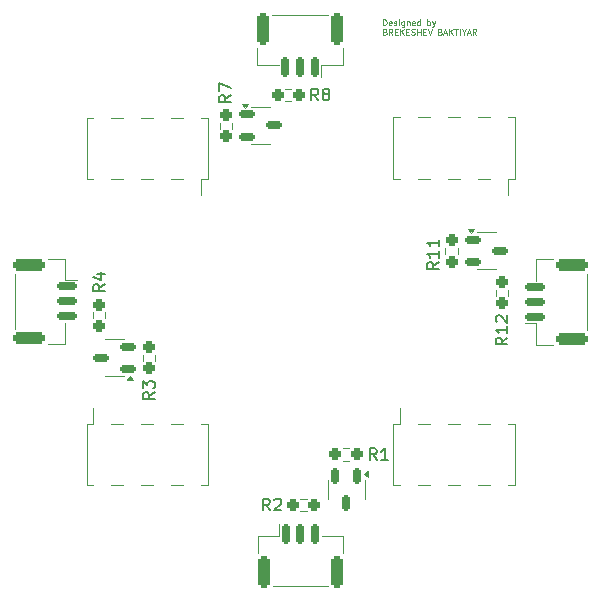
<source format=gto>
G04 #@! TF.GenerationSoftware,KiCad,Pcbnew,8.0.1*
G04 #@! TF.CreationDate,2025-02-17T13:43:14+05:00*
G04 #@! TF.ProjectId,pwm_servo,70776d5f-7365-4727-966f-2e6b69636164,rev?*
G04 #@! TF.SameCoordinates,Original*
G04 #@! TF.FileFunction,Legend,Top*
G04 #@! TF.FilePolarity,Positive*
%FSLAX46Y46*%
G04 Gerber Fmt 4.6, Leading zero omitted, Abs format (unit mm)*
G04 Created by KiCad (PCBNEW 8.0.1) date 2025-02-17 13:43:14*
%MOMM*%
%LPD*%
G01*
G04 APERTURE LIST*
G04 Aperture macros list*
%AMRoundRect*
0 Rectangle with rounded corners*
0 $1 Rounding radius*
0 $2 $3 $4 $5 $6 $7 $8 $9 X,Y pos of 4 corners*
0 Add a 4 corners polygon primitive as box body*
4,1,4,$2,$3,$4,$5,$6,$7,$8,$9,$2,$3,0*
0 Add four circle primitives for the rounded corners*
1,1,$1+$1,$2,$3*
1,1,$1+$1,$4,$5*
1,1,$1+$1,$6,$7*
1,1,$1+$1,$8,$9*
0 Add four rect primitives between the rounded corners*
20,1,$1+$1,$2,$3,$4,$5,0*
20,1,$1+$1,$4,$5,$6,$7,0*
20,1,$1+$1,$6,$7,$8,$9,0*
20,1,$1+$1,$8,$9,$2,$3,0*%
G04 Aperture macros list end*
%ADD10C,0.100000*%
%ADD11C,0.150000*%
%ADD12C,0.120000*%
%ADD13C,2.200000*%
%ADD14R,1.000000X3.000000*%
%ADD15RoundRect,0.150000X0.150000X0.700000X-0.150000X0.700000X-0.150000X-0.700000X0.150000X-0.700000X0*%
%ADD16RoundRect,0.250000X0.250000X1.100000X-0.250000X1.100000X-0.250000X-1.100000X0.250000X-1.100000X0*%
%ADD17RoundRect,0.150000X-0.150000X0.512500X-0.150000X-0.512500X0.150000X-0.512500X0.150000X0.512500X0*%
%ADD18RoundRect,0.237500X-0.250000X-0.237500X0.250000X-0.237500X0.250000X0.237500X-0.250000X0.237500X0*%
%ADD19C,1.000000*%
%ADD20RoundRect,0.237500X0.237500X-0.250000X0.237500X0.250000X-0.237500X0.250000X-0.237500X-0.250000X0*%
%ADD21RoundRect,0.237500X-0.237500X0.250000X-0.237500X-0.250000X0.237500X-0.250000X0.237500X0.250000X0*%
%ADD22RoundRect,0.150000X0.512500X0.150000X-0.512500X0.150000X-0.512500X-0.150000X0.512500X-0.150000X0*%
%ADD23RoundRect,0.150000X-0.150000X-0.700000X0.150000X-0.700000X0.150000X0.700000X-0.150000X0.700000X0*%
%ADD24RoundRect,0.250000X-0.250000X-1.100000X0.250000X-1.100000X0.250000X1.100000X-0.250000X1.100000X0*%
%ADD25RoundRect,0.150000X-0.512500X-0.150000X0.512500X-0.150000X0.512500X0.150000X-0.512500X0.150000X0*%
%ADD26RoundRect,0.237500X0.250000X0.237500X-0.250000X0.237500X-0.250000X-0.237500X0.250000X-0.237500X0*%
%ADD27RoundRect,0.150000X0.700000X-0.150000X0.700000X0.150000X-0.700000X0.150000X-0.700000X-0.150000X0*%
%ADD28RoundRect,0.250000X1.100000X-0.250000X1.100000X0.250000X-1.100000X0.250000X-1.100000X-0.250000X0*%
%ADD29RoundRect,0.150000X-0.700000X0.150000X-0.700000X-0.150000X0.700000X-0.150000X0.700000X0.150000X0*%
%ADD30RoundRect,0.250000X-1.100000X0.250000X-1.100000X-0.250000X1.100000X-0.250000X1.100000X0.250000X0*%
G04 APERTURE END LIST*
D10*
X169584836Y-70653637D02*
X169584836Y-70153637D01*
X169584836Y-70153637D02*
X169703884Y-70153637D01*
X169703884Y-70153637D02*
X169775312Y-70177447D01*
X169775312Y-70177447D02*
X169822931Y-70225066D01*
X169822931Y-70225066D02*
X169846741Y-70272685D01*
X169846741Y-70272685D02*
X169870550Y-70367923D01*
X169870550Y-70367923D02*
X169870550Y-70439351D01*
X169870550Y-70439351D02*
X169846741Y-70534589D01*
X169846741Y-70534589D02*
X169822931Y-70582208D01*
X169822931Y-70582208D02*
X169775312Y-70629828D01*
X169775312Y-70629828D02*
X169703884Y-70653637D01*
X169703884Y-70653637D02*
X169584836Y-70653637D01*
X170275312Y-70629828D02*
X170227693Y-70653637D01*
X170227693Y-70653637D02*
X170132455Y-70653637D01*
X170132455Y-70653637D02*
X170084836Y-70629828D01*
X170084836Y-70629828D02*
X170061027Y-70582208D01*
X170061027Y-70582208D02*
X170061027Y-70391732D01*
X170061027Y-70391732D02*
X170084836Y-70344113D01*
X170084836Y-70344113D02*
X170132455Y-70320304D01*
X170132455Y-70320304D02*
X170227693Y-70320304D01*
X170227693Y-70320304D02*
X170275312Y-70344113D01*
X170275312Y-70344113D02*
X170299122Y-70391732D01*
X170299122Y-70391732D02*
X170299122Y-70439351D01*
X170299122Y-70439351D02*
X170061027Y-70486970D01*
X170489598Y-70629828D02*
X170537217Y-70653637D01*
X170537217Y-70653637D02*
X170632455Y-70653637D01*
X170632455Y-70653637D02*
X170680074Y-70629828D01*
X170680074Y-70629828D02*
X170703883Y-70582208D01*
X170703883Y-70582208D02*
X170703883Y-70558399D01*
X170703883Y-70558399D02*
X170680074Y-70510780D01*
X170680074Y-70510780D02*
X170632455Y-70486970D01*
X170632455Y-70486970D02*
X170561026Y-70486970D01*
X170561026Y-70486970D02*
X170513407Y-70463161D01*
X170513407Y-70463161D02*
X170489598Y-70415542D01*
X170489598Y-70415542D02*
X170489598Y-70391732D01*
X170489598Y-70391732D02*
X170513407Y-70344113D01*
X170513407Y-70344113D02*
X170561026Y-70320304D01*
X170561026Y-70320304D02*
X170632455Y-70320304D01*
X170632455Y-70320304D02*
X170680074Y-70344113D01*
X170918169Y-70653637D02*
X170918169Y-70320304D01*
X170918169Y-70153637D02*
X170894360Y-70177447D01*
X170894360Y-70177447D02*
X170918169Y-70201256D01*
X170918169Y-70201256D02*
X170941979Y-70177447D01*
X170941979Y-70177447D02*
X170918169Y-70153637D01*
X170918169Y-70153637D02*
X170918169Y-70201256D01*
X171370550Y-70320304D02*
X171370550Y-70725066D01*
X171370550Y-70725066D02*
X171346740Y-70772685D01*
X171346740Y-70772685D02*
X171322931Y-70796494D01*
X171322931Y-70796494D02*
X171275312Y-70820304D01*
X171275312Y-70820304D02*
X171203883Y-70820304D01*
X171203883Y-70820304D02*
X171156264Y-70796494D01*
X171370550Y-70629828D02*
X171322931Y-70653637D01*
X171322931Y-70653637D02*
X171227693Y-70653637D01*
X171227693Y-70653637D02*
X171180074Y-70629828D01*
X171180074Y-70629828D02*
X171156264Y-70606018D01*
X171156264Y-70606018D02*
X171132455Y-70558399D01*
X171132455Y-70558399D02*
X171132455Y-70415542D01*
X171132455Y-70415542D02*
X171156264Y-70367923D01*
X171156264Y-70367923D02*
X171180074Y-70344113D01*
X171180074Y-70344113D02*
X171227693Y-70320304D01*
X171227693Y-70320304D02*
X171322931Y-70320304D01*
X171322931Y-70320304D02*
X171370550Y-70344113D01*
X171608645Y-70320304D02*
X171608645Y-70653637D01*
X171608645Y-70367923D02*
X171632455Y-70344113D01*
X171632455Y-70344113D02*
X171680074Y-70320304D01*
X171680074Y-70320304D02*
X171751502Y-70320304D01*
X171751502Y-70320304D02*
X171799121Y-70344113D01*
X171799121Y-70344113D02*
X171822931Y-70391732D01*
X171822931Y-70391732D02*
X171822931Y-70653637D01*
X172251502Y-70629828D02*
X172203883Y-70653637D01*
X172203883Y-70653637D02*
X172108645Y-70653637D01*
X172108645Y-70653637D02*
X172061026Y-70629828D01*
X172061026Y-70629828D02*
X172037217Y-70582208D01*
X172037217Y-70582208D02*
X172037217Y-70391732D01*
X172037217Y-70391732D02*
X172061026Y-70344113D01*
X172061026Y-70344113D02*
X172108645Y-70320304D01*
X172108645Y-70320304D02*
X172203883Y-70320304D01*
X172203883Y-70320304D02*
X172251502Y-70344113D01*
X172251502Y-70344113D02*
X172275312Y-70391732D01*
X172275312Y-70391732D02*
X172275312Y-70439351D01*
X172275312Y-70439351D02*
X172037217Y-70486970D01*
X172703883Y-70653637D02*
X172703883Y-70153637D01*
X172703883Y-70629828D02*
X172656264Y-70653637D01*
X172656264Y-70653637D02*
X172561026Y-70653637D01*
X172561026Y-70653637D02*
X172513407Y-70629828D01*
X172513407Y-70629828D02*
X172489597Y-70606018D01*
X172489597Y-70606018D02*
X172465788Y-70558399D01*
X172465788Y-70558399D02*
X172465788Y-70415542D01*
X172465788Y-70415542D02*
X172489597Y-70367923D01*
X172489597Y-70367923D02*
X172513407Y-70344113D01*
X172513407Y-70344113D02*
X172561026Y-70320304D01*
X172561026Y-70320304D02*
X172656264Y-70320304D01*
X172656264Y-70320304D02*
X172703883Y-70344113D01*
X173322930Y-70653637D02*
X173322930Y-70153637D01*
X173322930Y-70344113D02*
X173370549Y-70320304D01*
X173370549Y-70320304D02*
X173465787Y-70320304D01*
X173465787Y-70320304D02*
X173513406Y-70344113D01*
X173513406Y-70344113D02*
X173537216Y-70367923D01*
X173537216Y-70367923D02*
X173561025Y-70415542D01*
X173561025Y-70415542D02*
X173561025Y-70558399D01*
X173561025Y-70558399D02*
X173537216Y-70606018D01*
X173537216Y-70606018D02*
X173513406Y-70629828D01*
X173513406Y-70629828D02*
X173465787Y-70653637D01*
X173465787Y-70653637D02*
X173370549Y-70653637D01*
X173370549Y-70653637D02*
X173322930Y-70629828D01*
X173727692Y-70320304D02*
X173846740Y-70653637D01*
X173965787Y-70320304D02*
X173846740Y-70653637D01*
X173846740Y-70653637D02*
X173799121Y-70772685D01*
X173799121Y-70772685D02*
X173775311Y-70796494D01*
X173775311Y-70796494D02*
X173727692Y-70820304D01*
X169751503Y-71196704D02*
X169822931Y-71220514D01*
X169822931Y-71220514D02*
X169846741Y-71244323D01*
X169846741Y-71244323D02*
X169870550Y-71291942D01*
X169870550Y-71291942D02*
X169870550Y-71363371D01*
X169870550Y-71363371D02*
X169846741Y-71410990D01*
X169846741Y-71410990D02*
X169822931Y-71434800D01*
X169822931Y-71434800D02*
X169775312Y-71458609D01*
X169775312Y-71458609D02*
X169584836Y-71458609D01*
X169584836Y-71458609D02*
X169584836Y-70958609D01*
X169584836Y-70958609D02*
X169751503Y-70958609D01*
X169751503Y-70958609D02*
X169799122Y-70982419D01*
X169799122Y-70982419D02*
X169822931Y-71006228D01*
X169822931Y-71006228D02*
X169846741Y-71053847D01*
X169846741Y-71053847D02*
X169846741Y-71101466D01*
X169846741Y-71101466D02*
X169822931Y-71149085D01*
X169822931Y-71149085D02*
X169799122Y-71172895D01*
X169799122Y-71172895D02*
X169751503Y-71196704D01*
X169751503Y-71196704D02*
X169584836Y-71196704D01*
X170370550Y-71458609D02*
X170203884Y-71220514D01*
X170084836Y-71458609D02*
X170084836Y-70958609D01*
X170084836Y-70958609D02*
X170275312Y-70958609D01*
X170275312Y-70958609D02*
X170322931Y-70982419D01*
X170322931Y-70982419D02*
X170346741Y-71006228D01*
X170346741Y-71006228D02*
X170370550Y-71053847D01*
X170370550Y-71053847D02*
X170370550Y-71125276D01*
X170370550Y-71125276D02*
X170346741Y-71172895D01*
X170346741Y-71172895D02*
X170322931Y-71196704D01*
X170322931Y-71196704D02*
X170275312Y-71220514D01*
X170275312Y-71220514D02*
X170084836Y-71220514D01*
X170584836Y-71196704D02*
X170751503Y-71196704D01*
X170822931Y-71458609D02*
X170584836Y-71458609D01*
X170584836Y-71458609D02*
X170584836Y-70958609D01*
X170584836Y-70958609D02*
X170822931Y-70958609D01*
X171037217Y-71458609D02*
X171037217Y-70958609D01*
X171322931Y-71458609D02*
X171108646Y-71172895D01*
X171322931Y-70958609D02*
X171037217Y-71244323D01*
X171537217Y-71196704D02*
X171703884Y-71196704D01*
X171775312Y-71458609D02*
X171537217Y-71458609D01*
X171537217Y-71458609D02*
X171537217Y-70958609D01*
X171537217Y-70958609D02*
X171775312Y-70958609D01*
X171965789Y-71434800D02*
X172037217Y-71458609D01*
X172037217Y-71458609D02*
X172156265Y-71458609D01*
X172156265Y-71458609D02*
X172203884Y-71434800D01*
X172203884Y-71434800D02*
X172227693Y-71410990D01*
X172227693Y-71410990D02*
X172251503Y-71363371D01*
X172251503Y-71363371D02*
X172251503Y-71315752D01*
X172251503Y-71315752D02*
X172227693Y-71268133D01*
X172227693Y-71268133D02*
X172203884Y-71244323D01*
X172203884Y-71244323D02*
X172156265Y-71220514D01*
X172156265Y-71220514D02*
X172061027Y-71196704D01*
X172061027Y-71196704D02*
X172013408Y-71172895D01*
X172013408Y-71172895D02*
X171989598Y-71149085D01*
X171989598Y-71149085D02*
X171965789Y-71101466D01*
X171965789Y-71101466D02*
X171965789Y-71053847D01*
X171965789Y-71053847D02*
X171989598Y-71006228D01*
X171989598Y-71006228D02*
X172013408Y-70982419D01*
X172013408Y-70982419D02*
X172061027Y-70958609D01*
X172061027Y-70958609D02*
X172180074Y-70958609D01*
X172180074Y-70958609D02*
X172251503Y-70982419D01*
X172465788Y-71458609D02*
X172465788Y-70958609D01*
X172465788Y-71196704D02*
X172751502Y-71196704D01*
X172751502Y-71458609D02*
X172751502Y-70958609D01*
X172989598Y-71196704D02*
X173156265Y-71196704D01*
X173227693Y-71458609D02*
X172989598Y-71458609D01*
X172989598Y-71458609D02*
X172989598Y-70958609D01*
X172989598Y-70958609D02*
X173227693Y-70958609D01*
X173370551Y-70958609D02*
X173537217Y-71458609D01*
X173537217Y-71458609D02*
X173703884Y-70958609D01*
X174418169Y-71196704D02*
X174489597Y-71220514D01*
X174489597Y-71220514D02*
X174513407Y-71244323D01*
X174513407Y-71244323D02*
X174537216Y-71291942D01*
X174537216Y-71291942D02*
X174537216Y-71363371D01*
X174537216Y-71363371D02*
X174513407Y-71410990D01*
X174513407Y-71410990D02*
X174489597Y-71434800D01*
X174489597Y-71434800D02*
X174441978Y-71458609D01*
X174441978Y-71458609D02*
X174251502Y-71458609D01*
X174251502Y-71458609D02*
X174251502Y-70958609D01*
X174251502Y-70958609D02*
X174418169Y-70958609D01*
X174418169Y-70958609D02*
X174465788Y-70982419D01*
X174465788Y-70982419D02*
X174489597Y-71006228D01*
X174489597Y-71006228D02*
X174513407Y-71053847D01*
X174513407Y-71053847D02*
X174513407Y-71101466D01*
X174513407Y-71101466D02*
X174489597Y-71149085D01*
X174489597Y-71149085D02*
X174465788Y-71172895D01*
X174465788Y-71172895D02*
X174418169Y-71196704D01*
X174418169Y-71196704D02*
X174251502Y-71196704D01*
X174727693Y-71315752D02*
X174965788Y-71315752D01*
X174680074Y-71458609D02*
X174846740Y-70958609D01*
X174846740Y-70958609D02*
X175013407Y-71458609D01*
X175180073Y-71458609D02*
X175180073Y-70958609D01*
X175465787Y-71458609D02*
X175251502Y-71172895D01*
X175465787Y-70958609D02*
X175180073Y-71244323D01*
X175608645Y-70958609D02*
X175894359Y-70958609D01*
X175751502Y-71458609D02*
X175751502Y-70958609D01*
X176061025Y-71458609D02*
X176061025Y-70958609D01*
X176394358Y-71220514D02*
X176394358Y-71458609D01*
X176227692Y-70958609D02*
X176394358Y-71220514D01*
X176394358Y-71220514D02*
X176561025Y-70958609D01*
X176703882Y-71315752D02*
X176941977Y-71315752D01*
X176656263Y-71458609D02*
X176822929Y-70958609D01*
X176822929Y-70958609D02*
X176989596Y-71458609D01*
X177441976Y-71458609D02*
X177275310Y-71220514D01*
X177156262Y-71458609D02*
X177156262Y-70958609D01*
X177156262Y-70958609D02*
X177346738Y-70958609D01*
X177346738Y-70958609D02*
X177394357Y-70982419D01*
X177394357Y-70982419D02*
X177418167Y-71006228D01*
X177418167Y-71006228D02*
X177441976Y-71053847D01*
X177441976Y-71053847D02*
X177441976Y-71125276D01*
X177441976Y-71125276D02*
X177418167Y-71172895D01*
X177418167Y-71172895D02*
X177394357Y-71196704D01*
X177394357Y-71196704D02*
X177346738Y-71220514D01*
X177346738Y-71220514D02*
X177156262Y-71220514D01*
D11*
X164083333Y-77029819D02*
X163750000Y-76553628D01*
X163511905Y-77029819D02*
X163511905Y-76029819D01*
X163511905Y-76029819D02*
X163892857Y-76029819D01*
X163892857Y-76029819D02*
X163988095Y-76077438D01*
X163988095Y-76077438D02*
X164035714Y-76125057D01*
X164035714Y-76125057D02*
X164083333Y-76220295D01*
X164083333Y-76220295D02*
X164083333Y-76363152D01*
X164083333Y-76363152D02*
X164035714Y-76458390D01*
X164035714Y-76458390D02*
X163988095Y-76506009D01*
X163988095Y-76506009D02*
X163892857Y-76553628D01*
X163892857Y-76553628D02*
X163511905Y-76553628D01*
X164654762Y-76458390D02*
X164559524Y-76410771D01*
X164559524Y-76410771D02*
X164511905Y-76363152D01*
X164511905Y-76363152D02*
X164464286Y-76267914D01*
X164464286Y-76267914D02*
X164464286Y-76220295D01*
X164464286Y-76220295D02*
X164511905Y-76125057D01*
X164511905Y-76125057D02*
X164559524Y-76077438D01*
X164559524Y-76077438D02*
X164654762Y-76029819D01*
X164654762Y-76029819D02*
X164845238Y-76029819D01*
X164845238Y-76029819D02*
X164940476Y-76077438D01*
X164940476Y-76077438D02*
X164988095Y-76125057D01*
X164988095Y-76125057D02*
X165035714Y-76220295D01*
X165035714Y-76220295D02*
X165035714Y-76267914D01*
X165035714Y-76267914D02*
X164988095Y-76363152D01*
X164988095Y-76363152D02*
X164940476Y-76410771D01*
X164940476Y-76410771D02*
X164845238Y-76458390D01*
X164845238Y-76458390D02*
X164654762Y-76458390D01*
X164654762Y-76458390D02*
X164559524Y-76506009D01*
X164559524Y-76506009D02*
X164511905Y-76553628D01*
X164511905Y-76553628D02*
X164464286Y-76648866D01*
X164464286Y-76648866D02*
X164464286Y-76839342D01*
X164464286Y-76839342D02*
X164511905Y-76934580D01*
X164511905Y-76934580D02*
X164559524Y-76982200D01*
X164559524Y-76982200D02*
X164654762Y-77029819D01*
X164654762Y-77029819D02*
X164845238Y-77029819D01*
X164845238Y-77029819D02*
X164940476Y-76982200D01*
X164940476Y-76982200D02*
X164988095Y-76934580D01*
X164988095Y-76934580D02*
X165035714Y-76839342D01*
X165035714Y-76839342D02*
X165035714Y-76648866D01*
X165035714Y-76648866D02*
X164988095Y-76553628D01*
X164988095Y-76553628D02*
X164940476Y-76506009D01*
X164940476Y-76506009D02*
X164845238Y-76458390D01*
X169033333Y-107479819D02*
X168700000Y-107003628D01*
X168461905Y-107479819D02*
X168461905Y-106479819D01*
X168461905Y-106479819D02*
X168842857Y-106479819D01*
X168842857Y-106479819D02*
X168938095Y-106527438D01*
X168938095Y-106527438D02*
X168985714Y-106575057D01*
X168985714Y-106575057D02*
X169033333Y-106670295D01*
X169033333Y-106670295D02*
X169033333Y-106813152D01*
X169033333Y-106813152D02*
X168985714Y-106908390D01*
X168985714Y-106908390D02*
X168938095Y-106956009D01*
X168938095Y-106956009D02*
X168842857Y-107003628D01*
X168842857Y-107003628D02*
X168461905Y-107003628D01*
X169985714Y-107479819D02*
X169414286Y-107479819D01*
X169700000Y-107479819D02*
X169700000Y-106479819D01*
X169700000Y-106479819D02*
X169604762Y-106622676D01*
X169604762Y-106622676D02*
X169509524Y-106717914D01*
X169509524Y-106717914D02*
X169414286Y-106765533D01*
X156704819Y-76579166D02*
X156228628Y-76912499D01*
X156704819Y-77150594D02*
X155704819Y-77150594D01*
X155704819Y-77150594D02*
X155704819Y-76769642D01*
X155704819Y-76769642D02*
X155752438Y-76674404D01*
X155752438Y-76674404D02*
X155800057Y-76626785D01*
X155800057Y-76626785D02*
X155895295Y-76579166D01*
X155895295Y-76579166D02*
X156038152Y-76579166D01*
X156038152Y-76579166D02*
X156133390Y-76626785D01*
X156133390Y-76626785D02*
X156181009Y-76674404D01*
X156181009Y-76674404D02*
X156228628Y-76769642D01*
X156228628Y-76769642D02*
X156228628Y-77150594D01*
X155704819Y-76245832D02*
X155704819Y-75579166D01*
X155704819Y-75579166D02*
X156704819Y-76007737D01*
X180104819Y-97117857D02*
X179628628Y-97451190D01*
X180104819Y-97689285D02*
X179104819Y-97689285D01*
X179104819Y-97689285D02*
X179104819Y-97308333D01*
X179104819Y-97308333D02*
X179152438Y-97213095D01*
X179152438Y-97213095D02*
X179200057Y-97165476D01*
X179200057Y-97165476D02*
X179295295Y-97117857D01*
X179295295Y-97117857D02*
X179438152Y-97117857D01*
X179438152Y-97117857D02*
X179533390Y-97165476D01*
X179533390Y-97165476D02*
X179581009Y-97213095D01*
X179581009Y-97213095D02*
X179628628Y-97308333D01*
X179628628Y-97308333D02*
X179628628Y-97689285D01*
X180104819Y-96165476D02*
X180104819Y-96736904D01*
X180104819Y-96451190D02*
X179104819Y-96451190D01*
X179104819Y-96451190D02*
X179247676Y-96546428D01*
X179247676Y-96546428D02*
X179342914Y-96641666D01*
X179342914Y-96641666D02*
X179390533Y-96736904D01*
X179200057Y-95784523D02*
X179152438Y-95736904D01*
X179152438Y-95736904D02*
X179104819Y-95641666D01*
X179104819Y-95641666D02*
X179104819Y-95403571D01*
X179104819Y-95403571D02*
X179152438Y-95308333D01*
X179152438Y-95308333D02*
X179200057Y-95260714D01*
X179200057Y-95260714D02*
X179295295Y-95213095D01*
X179295295Y-95213095D02*
X179390533Y-95213095D01*
X179390533Y-95213095D02*
X179533390Y-95260714D01*
X179533390Y-95260714D02*
X180104819Y-95832142D01*
X180104819Y-95832142D02*
X180104819Y-95213095D01*
X159995832Y-111729819D02*
X159662499Y-111253628D01*
X159424404Y-111729819D02*
X159424404Y-110729819D01*
X159424404Y-110729819D02*
X159805356Y-110729819D01*
X159805356Y-110729819D02*
X159900594Y-110777438D01*
X159900594Y-110777438D02*
X159948213Y-110825057D01*
X159948213Y-110825057D02*
X159995832Y-110920295D01*
X159995832Y-110920295D02*
X159995832Y-111063152D01*
X159995832Y-111063152D02*
X159948213Y-111158390D01*
X159948213Y-111158390D02*
X159900594Y-111206009D01*
X159900594Y-111206009D02*
X159805356Y-111253628D01*
X159805356Y-111253628D02*
X159424404Y-111253628D01*
X160376785Y-110825057D02*
X160424404Y-110777438D01*
X160424404Y-110777438D02*
X160519642Y-110729819D01*
X160519642Y-110729819D02*
X160757737Y-110729819D01*
X160757737Y-110729819D02*
X160852975Y-110777438D01*
X160852975Y-110777438D02*
X160900594Y-110825057D01*
X160900594Y-110825057D02*
X160948213Y-110920295D01*
X160948213Y-110920295D02*
X160948213Y-111015533D01*
X160948213Y-111015533D02*
X160900594Y-111158390D01*
X160900594Y-111158390D02*
X160329166Y-111729819D01*
X160329166Y-111729819D02*
X160948213Y-111729819D01*
X146029819Y-92591666D02*
X145553628Y-92924999D01*
X146029819Y-93163094D02*
X145029819Y-93163094D01*
X145029819Y-93163094D02*
X145029819Y-92782142D01*
X145029819Y-92782142D02*
X145077438Y-92686904D01*
X145077438Y-92686904D02*
X145125057Y-92639285D01*
X145125057Y-92639285D02*
X145220295Y-92591666D01*
X145220295Y-92591666D02*
X145363152Y-92591666D01*
X145363152Y-92591666D02*
X145458390Y-92639285D01*
X145458390Y-92639285D02*
X145506009Y-92686904D01*
X145506009Y-92686904D02*
X145553628Y-92782142D01*
X145553628Y-92782142D02*
X145553628Y-93163094D01*
X145363152Y-91734523D02*
X146029819Y-91734523D01*
X144982200Y-91972618D02*
X145696485Y-92210713D01*
X145696485Y-92210713D02*
X145696485Y-91591666D01*
X174279819Y-90717857D02*
X173803628Y-91051190D01*
X174279819Y-91289285D02*
X173279819Y-91289285D01*
X173279819Y-91289285D02*
X173279819Y-90908333D01*
X173279819Y-90908333D02*
X173327438Y-90813095D01*
X173327438Y-90813095D02*
X173375057Y-90765476D01*
X173375057Y-90765476D02*
X173470295Y-90717857D01*
X173470295Y-90717857D02*
X173613152Y-90717857D01*
X173613152Y-90717857D02*
X173708390Y-90765476D01*
X173708390Y-90765476D02*
X173756009Y-90813095D01*
X173756009Y-90813095D02*
X173803628Y-90908333D01*
X173803628Y-90908333D02*
X173803628Y-91289285D01*
X174279819Y-89765476D02*
X174279819Y-90336904D01*
X174279819Y-90051190D02*
X173279819Y-90051190D01*
X173279819Y-90051190D02*
X173422676Y-90146428D01*
X173422676Y-90146428D02*
X173517914Y-90241666D01*
X173517914Y-90241666D02*
X173565533Y-90336904D01*
X174279819Y-88813095D02*
X174279819Y-89384523D01*
X174279819Y-89098809D02*
X173279819Y-89098809D01*
X173279819Y-89098809D02*
X173422676Y-89194047D01*
X173422676Y-89194047D02*
X173517914Y-89289285D01*
X173517914Y-89289285D02*
X173565533Y-89384523D01*
X150229819Y-101741666D02*
X149753628Y-102074999D01*
X150229819Y-102313094D02*
X149229819Y-102313094D01*
X149229819Y-102313094D02*
X149229819Y-101932142D01*
X149229819Y-101932142D02*
X149277438Y-101836904D01*
X149277438Y-101836904D02*
X149325057Y-101789285D01*
X149325057Y-101789285D02*
X149420295Y-101741666D01*
X149420295Y-101741666D02*
X149563152Y-101741666D01*
X149563152Y-101741666D02*
X149658390Y-101789285D01*
X149658390Y-101789285D02*
X149706009Y-101836904D01*
X149706009Y-101836904D02*
X149753628Y-101932142D01*
X149753628Y-101932142D02*
X149753628Y-102313094D01*
X149229819Y-101408332D02*
X149229819Y-100789285D01*
X149229819Y-100789285D02*
X149610771Y-101122618D01*
X149610771Y-101122618D02*
X149610771Y-100979761D01*
X149610771Y-100979761D02*
X149658390Y-100884523D01*
X149658390Y-100884523D02*
X149706009Y-100836904D01*
X149706009Y-100836904D02*
X149801247Y-100789285D01*
X149801247Y-100789285D02*
X150039342Y-100789285D01*
X150039342Y-100789285D02*
X150134580Y-100836904D01*
X150134580Y-100836904D02*
X150182200Y-100884523D01*
X150182200Y-100884523D02*
X150229819Y-100979761D01*
X150229819Y-100979761D02*
X150229819Y-101265475D01*
X150229819Y-101265475D02*
X150182200Y-101360713D01*
X150182200Y-101360713D02*
X150134580Y-101408332D01*
D12*
X144485001Y-104425000D02*
X145055000Y-104424999D01*
X144485001Y-109625000D02*
X144485001Y-104425000D01*
X144485001Y-109625000D02*
X145055000Y-109625001D01*
X145055000Y-104424999D02*
X145055000Y-103065000D01*
X146575000Y-104425000D02*
X147595000Y-104425000D01*
X146575000Y-109625000D02*
X147595000Y-109625000D01*
X149115000Y-104425000D02*
X150135000Y-104425000D01*
X149115000Y-109625000D02*
X150135000Y-109625000D01*
X151655000Y-104425000D02*
X152675000Y-104425000D01*
X151655000Y-109625000D02*
X152675000Y-109625000D01*
X154195000Y-104424999D02*
X154764999Y-104425000D01*
X154195000Y-109625001D02*
X154764999Y-109625000D01*
X154764999Y-109625000D02*
X154764999Y-104425000D01*
X158940000Y-72585000D02*
X158940000Y-74035000D01*
X158940000Y-74035000D02*
X160740000Y-74035000D01*
X164360000Y-74035000D02*
X164360000Y-75025000D01*
X164890000Y-69765001D02*
X160210000Y-69765001D01*
X166160000Y-72585000D02*
X166160000Y-74035000D01*
X166160000Y-74035000D02*
X164360000Y-74035000D01*
X164889999Y-109950000D02*
X164890000Y-109150000D01*
X164889999Y-109950000D02*
X164890000Y-110750000D01*
X168010001Y-109950000D02*
X168010000Y-109150000D01*
X168010001Y-109950000D02*
X168010000Y-110750000D01*
X168290000Y-108890000D02*
X167960000Y-108650000D01*
X168290000Y-108410000D01*
X168290000Y-108890000D01*
G36*
X168290000Y-108890000D02*
G01*
X167960000Y-108650000D01*
X168290000Y-108410000D01*
X168290000Y-108890000D01*
G37*
X161295276Y-76052500D02*
X161804724Y-76052500D01*
X161295276Y-77097500D02*
X161804724Y-77097500D01*
X166170276Y-106477500D02*
X166679724Y-106477500D01*
X166170276Y-107522500D02*
X166679724Y-107522500D01*
X155752500Y-79417224D02*
X155752500Y-78907776D01*
X156797500Y-79417224D02*
X156797500Y-78907776D01*
X179127500Y-93045276D02*
X179127500Y-93554724D01*
X180172500Y-93045276D02*
X180172500Y-93554724D01*
X146825000Y-97264999D02*
X146025000Y-97265000D01*
X146825000Y-97264999D02*
X147625000Y-97265000D01*
X146825000Y-100385001D02*
X146025000Y-100385000D01*
X146825000Y-100385001D02*
X147625000Y-100385000D01*
X148365000Y-100665000D02*
X147885000Y-100665000D01*
X148125000Y-100335000D01*
X148365000Y-100665000D01*
G36*
X148365000Y-100665000D02*
G01*
X147885000Y-100665000D01*
X148125000Y-100335000D01*
X148365000Y-100665000D01*
G37*
X158965000Y-113865000D02*
X160765000Y-113865000D01*
X158965000Y-115315000D02*
X158965000Y-113865000D01*
X160235000Y-118135000D02*
X164915000Y-118135000D01*
X160765000Y-113865000D02*
X160765000Y-112875000D01*
X166185000Y-113865000D02*
X164385000Y-113865000D01*
X166185000Y-115315000D02*
X166185000Y-113865000D01*
X178325000Y-88202499D02*
X177525000Y-88202500D01*
X178325000Y-88202499D02*
X179125000Y-88202500D01*
X178325000Y-91322501D02*
X177525000Y-91322500D01*
X178325000Y-91322501D02*
X179125000Y-91322500D01*
X177025000Y-88252500D02*
X176785000Y-87922500D01*
X177265000Y-87922500D01*
X177025000Y-88252500D01*
G36*
X177025000Y-88252500D02*
G01*
X176785000Y-87922500D01*
X177265000Y-87922500D01*
X177025000Y-88252500D01*
G37*
X163092224Y-110752500D02*
X162582776Y-110752500D01*
X163092224Y-111797500D02*
X162582776Y-111797500D01*
X145027500Y-95479724D02*
X145027500Y-94970276D01*
X146072500Y-95479724D02*
X146072500Y-94970276D01*
X159200000Y-77577499D02*
X158400000Y-77577500D01*
X159200000Y-77577499D02*
X160000000Y-77577500D01*
X159200000Y-80697501D02*
X158400000Y-80697500D01*
X159200000Y-80697501D02*
X160000000Y-80697500D01*
X157900000Y-77627500D02*
X157660000Y-77297500D01*
X158140000Y-77297500D01*
X157900000Y-77627500D01*
G36*
X157900000Y-77627500D02*
G01*
X157660000Y-77297500D01*
X158140000Y-77297500D01*
X157900000Y-77627500D01*
G37*
X170435001Y-78450000D02*
X170435001Y-83650000D01*
X171005000Y-78449999D02*
X170435001Y-78450000D01*
X171005000Y-83650001D02*
X170435001Y-83650000D01*
X173545000Y-78450000D02*
X172525000Y-78450000D01*
X173545000Y-83650000D02*
X172525000Y-83650000D01*
X176085000Y-78450000D02*
X175065000Y-78450000D01*
X176085000Y-83650000D02*
X175065000Y-83650000D01*
X178625000Y-78450000D02*
X177605000Y-78450000D01*
X178625000Y-83650000D02*
X177605000Y-83650000D01*
X180145000Y-83650001D02*
X180145000Y-85010000D01*
X180714999Y-78450000D02*
X180145000Y-78449999D01*
X180714999Y-78450000D02*
X180714999Y-83650000D01*
X180714999Y-83650000D02*
X180145000Y-83650001D01*
X182540000Y-90490000D02*
X182540000Y-92290000D01*
X182540000Y-95910000D02*
X181550000Y-95910000D01*
X182540000Y-97710000D02*
X182540000Y-95910000D01*
X183990000Y-90490000D02*
X182540000Y-90490000D01*
X183990000Y-97710000D02*
X182540000Y-97710000D01*
X186809999Y-96440000D02*
X186809999Y-91760000D01*
X144485001Y-78500000D02*
X144485001Y-83700000D01*
X145055000Y-78499999D02*
X144485001Y-78500000D01*
X145055000Y-83700001D02*
X144485001Y-83700000D01*
X147595000Y-78500000D02*
X146575000Y-78500000D01*
X147595000Y-83700000D02*
X146575000Y-83700000D01*
X150135000Y-78500000D02*
X149115000Y-78500000D01*
X150135000Y-83700000D02*
X149115000Y-83700000D01*
X152675000Y-78500000D02*
X151655000Y-78500000D01*
X152675000Y-83700000D02*
X151655000Y-83700000D01*
X154195000Y-83700001D02*
X154195000Y-85060000D01*
X154764999Y-78500000D02*
X154195000Y-78499999D01*
X154764999Y-78500000D02*
X154764999Y-83700000D01*
X154764999Y-83700000D02*
X154195000Y-83700001D01*
X170435001Y-104400000D02*
X171005000Y-104399999D01*
X170435001Y-109600000D02*
X170435001Y-104400000D01*
X170435001Y-109600000D02*
X171005000Y-109600001D01*
X171005000Y-104399999D02*
X171005000Y-103040000D01*
X172525000Y-104400000D02*
X173545000Y-104400000D01*
X172525000Y-109600000D02*
X173545000Y-109600000D01*
X175065000Y-104400000D02*
X176085000Y-104400000D01*
X175065000Y-109600000D02*
X176085000Y-109600000D01*
X177605000Y-104400000D02*
X178625000Y-104400000D01*
X177605000Y-109600000D02*
X178625000Y-109600000D01*
X180145000Y-104399999D02*
X180714999Y-104400000D01*
X180145000Y-109600001D02*
X180714999Y-109600000D01*
X180714999Y-109600000D02*
X180714999Y-104400000D01*
X138415001Y-91685000D02*
X138415001Y-96365000D01*
X141235000Y-90415000D02*
X142685000Y-90415000D01*
X141235000Y-97635000D02*
X142685000Y-97635000D01*
X142685000Y-90415000D02*
X142685000Y-92215000D01*
X142685000Y-92215000D02*
X143675000Y-92215000D01*
X142685000Y-97635000D02*
X142685000Y-95835000D01*
X174852500Y-90029724D02*
X174852500Y-89520276D01*
X175897500Y-90029724D02*
X175897500Y-89520276D01*
X149252500Y-98545276D02*
X149252500Y-99054724D01*
X150297500Y-98545276D02*
X150297500Y-99054724D01*
%LPC*%
D13*
X182575000Y-74050000D03*
D14*
X145815000Y-104505000D03*
X145815000Y-109545000D03*
X148354999Y-104505000D03*
X148354999Y-109545000D03*
X150895001Y-104505000D03*
X150895001Y-109545000D03*
X153435000Y-104505000D03*
X153435000Y-109545000D03*
D15*
X163800000Y-74175000D03*
X162550000Y-74175001D03*
X161300000Y-74175000D03*
D16*
X165650000Y-70975000D03*
X159450000Y-70975000D03*
D17*
X167399999Y-108812500D03*
X165500001Y-108812500D03*
X166450000Y-111087500D03*
D18*
X160637500Y-76575000D03*
X162462500Y-76575000D03*
X165512500Y-107000000D03*
X167337500Y-107000000D03*
D19*
X185075000Y-116550000D03*
D13*
X142575000Y-114050000D03*
D20*
X156275000Y-80075000D03*
X156275000Y-78250000D03*
D21*
X179650000Y-92387500D03*
X179650000Y-94212500D03*
D19*
X185075000Y-71550000D03*
X140075000Y-71550000D03*
D22*
X147962500Y-99774999D03*
X147962500Y-97875001D03*
X145687500Y-98825000D03*
D23*
X161325000Y-113725000D03*
X162575000Y-113725000D03*
X163825000Y-113725000D03*
D24*
X159475000Y-116925000D03*
X165675000Y-116925000D03*
D25*
X177187500Y-88812501D03*
X177187500Y-90712499D03*
X179462500Y-89762500D03*
D19*
X140075000Y-116550000D03*
D26*
X163750000Y-111275000D03*
X161925000Y-111275000D03*
D20*
X145550000Y-96137500D03*
X145550000Y-94312500D03*
D25*
X158062500Y-78187501D03*
X158062500Y-80087499D03*
X160337500Y-79137500D03*
D14*
X179385000Y-83570000D03*
X179385000Y-78530000D03*
X176845001Y-83570000D03*
X176845001Y-78530000D03*
X174304999Y-83570000D03*
X174304999Y-78530000D03*
X171765000Y-83570000D03*
X171765000Y-78530000D03*
D27*
X182400000Y-95350000D03*
X182399999Y-94100000D03*
X182400000Y-92850000D03*
D28*
X185600000Y-97200000D03*
X185600000Y-91000000D03*
D14*
X153435000Y-83620000D03*
X153435000Y-78580000D03*
X150895001Y-83620000D03*
X150895001Y-78580000D03*
X148354999Y-83620000D03*
X148354999Y-78580000D03*
X145815000Y-83620000D03*
X145815000Y-78580000D03*
X171765000Y-104480000D03*
X171765000Y-109520000D03*
X174304999Y-104480000D03*
X174304999Y-109520000D03*
X176845001Y-104480000D03*
X176845001Y-109520000D03*
X179385000Y-104480000D03*
X179385000Y-109520000D03*
D13*
X182575000Y-114050000D03*
D29*
X142825000Y-92775000D03*
X142825001Y-94025000D03*
X142825000Y-95275000D03*
D30*
X139625000Y-90925000D03*
X139625000Y-97125000D03*
D20*
X175375000Y-90687500D03*
X175375000Y-88862500D03*
D21*
X149775000Y-97887500D03*
X149775000Y-99712500D03*
D13*
X142575000Y-74050000D03*
%LPD*%
M02*

</source>
